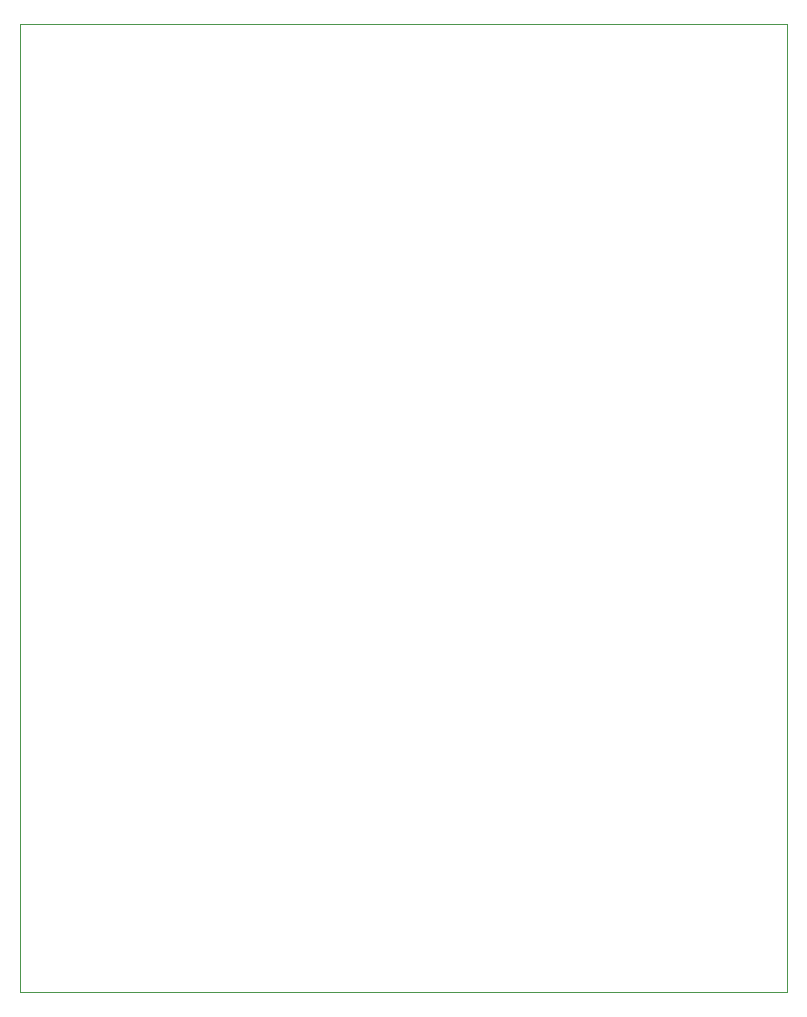
<source format=gm1>
%TF.GenerationSoftware,KiCad,Pcbnew,9.0.6*%
%TF.CreationDate,2025-12-23T13:35:11+01:00*%
%TF.ProjectId,macropad,6d616372-6f70-4616-942e-6b696361645f,rev?*%
%TF.SameCoordinates,Original*%
%TF.FileFunction,Profile,NP*%
%FSLAX46Y46*%
G04 Gerber Fmt 4.6, Leading zero omitted, Abs format (unit mm)*
G04 Created by KiCad (PCBNEW 9.0.6) date 2025-12-23 13:35:11*
%MOMM*%
%LPD*%
G01*
G04 APERTURE LIST*
%TA.AperFunction,Profile*%
%ADD10C,0.050000*%
%TD*%
G04 APERTURE END LIST*
D10*
X94010000Y-59589000D02*
X159010000Y-59589000D01*
X159010000Y-141589000D01*
X94010000Y-141589000D01*
X94010000Y-59589000D01*
M02*

</source>
